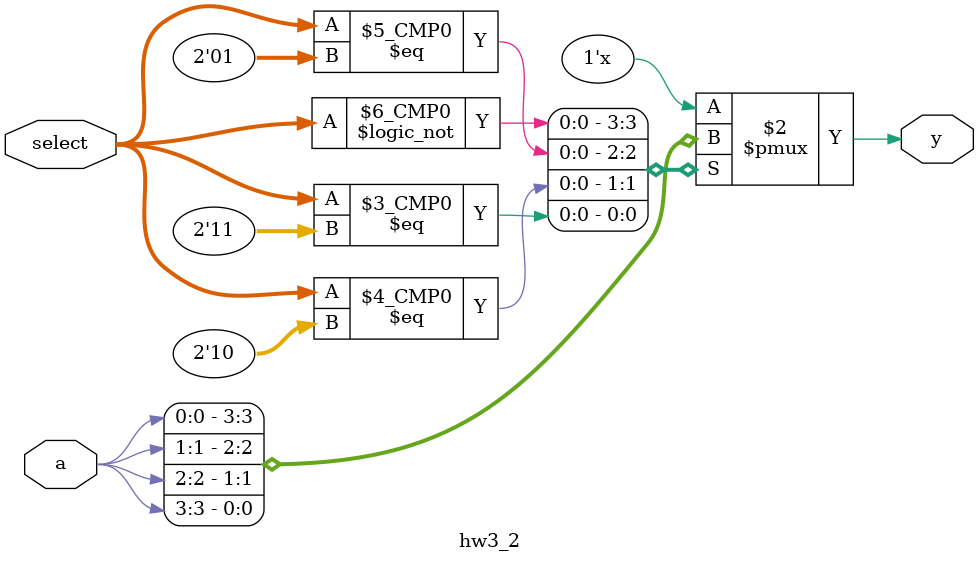
<source format=v>
module hw3_2 (

	input [3:0] a,
	input [1:0] select,
	output reg y);
	
	always@(a or select)
	
		begin
			case(select)
				
				2'b00 : y = a[0];
				2'b01 : y = a[1];
				2'b10 : y = a[2];
				2'b11 : y = a[3];

			endcase
		end
		
endmodule

</source>
